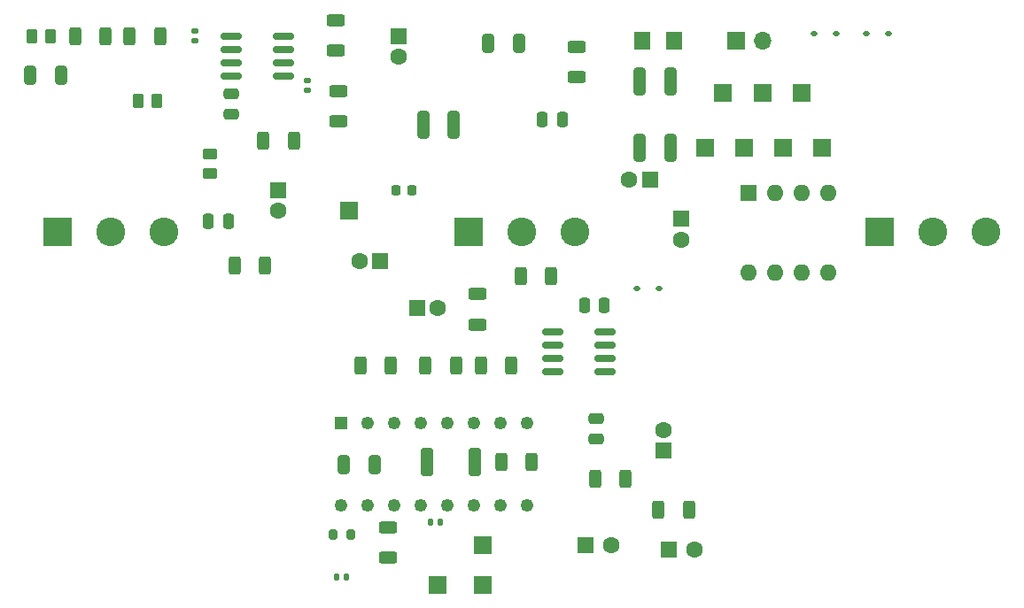
<source format=gts>
%TF.GenerationSoftware,KiCad,Pcbnew,7.0.2*%
%TF.CreationDate,2023-07-16T22:24:44-04:00*%
%TF.ProjectId,hellerune,68656c6c-6572-4756-9e65-2e6b69636164,rev?*%
%TF.SameCoordinates,Original*%
%TF.FileFunction,Soldermask,Top*%
%TF.FilePolarity,Negative*%
%FSLAX46Y46*%
G04 Gerber Fmt 4.6, Leading zero omitted, Abs format (unit mm)*
G04 Created by KiCad (PCBNEW 7.0.2) date 2023-07-16 22:24:44*
%MOMM*%
%LPD*%
G01*
G04 APERTURE LIST*
G04 Aperture macros list*
%AMRoundRect*
0 Rectangle with rounded corners*
0 $1 Rounding radius*
0 $2 $3 $4 $5 $6 $7 $8 $9 X,Y pos of 4 corners*
0 Add a 4 corners polygon primitive as box body*
4,1,4,$2,$3,$4,$5,$6,$7,$8,$9,$2,$3,0*
0 Add four circle primitives for the rounded corners*
1,1,$1+$1,$2,$3*
1,1,$1+$1,$4,$5*
1,1,$1+$1,$6,$7*
1,1,$1+$1,$8,$9*
0 Add four rect primitives between the rounded corners*
20,1,$1+$1,$2,$3,$4,$5,0*
20,1,$1+$1,$4,$5,$6,$7,0*
20,1,$1+$1,$6,$7,$8,$9,0*
20,1,$1+$1,$8,$9,$2,$3,0*%
G04 Aperture macros list end*
%ADD10RoundRect,0.250000X-0.625000X0.312500X-0.625000X-0.312500X0.625000X-0.312500X0.625000X0.312500X0*%
%ADD11RoundRect,0.250000X-0.325000X-0.650000X0.325000X-0.650000X0.325000X0.650000X-0.325000X0.650000X0*%
%ADD12RoundRect,0.150000X0.825000X0.150000X-0.825000X0.150000X-0.825000X-0.150000X0.825000X-0.150000X0*%
%ADD13R,1.700000X1.700000*%
%ADD14O,1.700000X1.700000*%
%ADD15RoundRect,0.250000X-0.450000X0.262500X-0.450000X-0.262500X0.450000X-0.262500X0.450000X0.262500X0*%
%ADD16RoundRect,0.101600X1.270000X1.270000X-1.270000X1.270000X-1.270000X-1.270000X1.270000X-1.270000X0*%
%ADD17C,2.743200*%
%ADD18RoundRect,0.250000X0.312500X0.625000X-0.312500X0.625000X-0.312500X-0.625000X0.312500X-0.625000X0*%
%ADD19RoundRect,0.250000X-0.250000X-0.475000X0.250000X-0.475000X0.250000X0.475000X-0.250000X0.475000X0*%
%ADD20RoundRect,0.112500X-0.187500X-0.112500X0.187500X-0.112500X0.187500X0.112500X-0.187500X0.112500X0*%
%ADD21RoundRect,0.250000X-0.312500X-1.075000X0.312500X-1.075000X0.312500X1.075000X-0.312500X1.075000X0*%
%ADD22RoundRect,0.140000X-0.140000X-0.170000X0.140000X-0.170000X0.140000X0.170000X-0.140000X0.170000X0*%
%ADD23RoundRect,0.250000X-0.312500X-0.625000X0.312500X-0.625000X0.312500X0.625000X-0.312500X0.625000X0*%
%ADD24RoundRect,0.225000X0.225000X0.250000X-0.225000X0.250000X-0.225000X-0.250000X0.225000X-0.250000X0*%
%ADD25RoundRect,0.250000X-0.262500X-0.450000X0.262500X-0.450000X0.262500X0.450000X-0.262500X0.450000X0*%
%ADD26RoundRect,0.250000X0.625000X-0.312500X0.625000X0.312500X-0.625000X0.312500X-0.625000X-0.312500X0*%
%ADD27RoundRect,0.250000X0.312500X1.075000X-0.312500X1.075000X-0.312500X-1.075000X0.312500X-1.075000X0*%
%ADD28RoundRect,0.250000X0.362500X1.075000X-0.362500X1.075000X-0.362500X-1.075000X0.362500X-1.075000X0*%
%ADD29RoundRect,0.140000X0.170000X-0.140000X0.170000X0.140000X-0.170000X0.140000X-0.170000X-0.140000X0*%
%ADD30RoundRect,0.250000X0.325000X0.650000X-0.325000X0.650000X-0.325000X-0.650000X0.325000X-0.650000X0*%
%ADD31RoundRect,0.250000X0.250000X0.475000X-0.250000X0.475000X-0.250000X-0.475000X0.250000X-0.475000X0*%
%ADD32RoundRect,0.200000X-0.200000X-0.275000X0.200000X-0.275000X0.200000X0.275000X-0.200000X0.275000X0*%
%ADD33RoundRect,0.250000X-0.475000X0.250000X-0.475000X-0.250000X0.475000X-0.250000X0.475000X0.250000X0*%
%ADD34RoundRect,0.150000X-0.825000X-0.150000X0.825000X-0.150000X0.825000X0.150000X-0.825000X0.150000X0*%
%ADD35RoundRect,0.250000X0.262500X0.450000X-0.262500X0.450000X-0.262500X-0.450000X0.262500X-0.450000X0*%
%ADD36R,1.500000X1.800000*%
%ADD37R,1.600000X1.600000*%
%ADD38O,1.600000X1.600000*%
%ADD39C,1.600000*%
%ADD40R,1.248000X1.248000*%
%ADD41C,1.248000*%
G04 APERTURE END LIST*
D10*
X121500000Y-54750000D03*
X121500000Y-57675000D03*
D11*
X136050000Y-57000000D03*
X139000000Y-57000000D03*
D10*
X135000000Y-80937500D03*
X135000000Y-83862500D03*
D12*
X116450000Y-60060000D03*
X116450000Y-58790000D03*
X116450000Y-57520000D03*
X116450000Y-56250000D03*
X111500000Y-56250000D03*
X111500000Y-57520000D03*
X111500000Y-58790000D03*
X111500000Y-60060000D03*
D13*
X159750000Y-56750000D03*
D14*
X162290000Y-56750000D03*
D13*
X168000000Y-67000000D03*
D15*
X109500000Y-67587500D03*
X109500000Y-69412500D03*
D13*
X135500000Y-105000000D03*
D16*
X94920000Y-74985500D03*
D17*
X100000000Y-74985500D03*
X105080000Y-74985500D03*
D18*
X142062500Y-79200000D03*
X139137500Y-79200000D03*
D16*
X173456800Y-75000000D03*
D17*
X178536800Y-75000000D03*
X183616800Y-75000000D03*
D13*
X156750000Y-67000000D03*
D18*
X114750000Y-78250000D03*
X111825000Y-78250000D03*
D19*
X109300000Y-74000000D03*
X111200000Y-74000000D03*
D18*
X104712500Y-56250000D03*
X101787500Y-56250000D03*
D13*
X166000000Y-61750000D03*
D20*
X172200000Y-56000000D03*
X174300000Y-56000000D03*
X150300000Y-80400000D03*
X152400000Y-80400000D03*
D21*
X129825000Y-64750000D03*
X132750000Y-64750000D03*
D22*
X121540000Y-108000000D03*
X122500000Y-108000000D03*
D23*
X123825000Y-87750000D03*
X126750000Y-87750000D03*
D24*
X128750000Y-71000000D03*
X127200000Y-71000000D03*
D20*
X167200000Y-56000000D03*
X169300000Y-56000000D03*
D25*
X102587500Y-62500000D03*
X104412500Y-62500000D03*
D23*
X130037500Y-87750000D03*
X132962500Y-87750000D03*
D26*
X121750000Y-64425000D03*
X121750000Y-61500000D03*
D27*
X153462500Y-60600000D03*
X150537500Y-60600000D03*
D13*
X164250000Y-67000000D03*
D18*
X149200000Y-98600000D03*
X146275000Y-98600000D03*
D28*
X134812500Y-97000000D03*
X130187500Y-97000000D03*
D13*
X158500000Y-61750000D03*
D29*
X108000000Y-56730000D03*
X108000000Y-55770000D03*
X118750000Y-61480000D03*
X118750000Y-60520000D03*
D30*
X125225000Y-97250000D03*
X122275000Y-97250000D03*
D31*
X147150000Y-82000000D03*
X145250000Y-82000000D03*
D32*
X121250000Y-104000000D03*
X122900000Y-104000000D03*
D33*
X111500000Y-61800000D03*
X111500000Y-63700000D03*
D11*
X92300000Y-60000000D03*
X95250000Y-60000000D03*
D26*
X144500000Y-60212500D03*
X144500000Y-57287500D03*
D23*
X152337500Y-101600000D03*
X155262500Y-101600000D03*
D19*
X141250000Y-64250000D03*
X143150000Y-64250000D03*
D18*
X99500000Y-56250000D03*
X96575000Y-56250000D03*
D13*
X122750000Y-73000000D03*
D34*
X142250000Y-84600000D03*
X142250000Y-85870000D03*
X142250000Y-87140000D03*
X142250000Y-88410000D03*
X147200000Y-88410000D03*
X147200000Y-87140000D03*
X147200000Y-85870000D03*
X147200000Y-84600000D03*
D10*
X126500000Y-103250000D03*
X126500000Y-106175000D03*
D13*
X160500000Y-67000000D03*
X131250000Y-108750000D03*
D23*
X135325000Y-87750000D03*
X138250000Y-87750000D03*
D13*
X135500000Y-108750000D03*
D23*
X114537500Y-66250000D03*
X117462500Y-66250000D03*
X137287500Y-97000000D03*
X140212500Y-97000000D03*
D13*
X162250000Y-61750000D03*
D35*
X94250000Y-56250000D03*
X92425000Y-56250000D03*
D36*
X150800000Y-56750000D03*
X153800000Y-56750000D03*
D22*
X130540000Y-102750000D03*
X131500000Y-102750000D03*
D21*
X150537500Y-67000000D03*
X153462500Y-67000000D03*
D33*
X146400000Y-92900000D03*
X146400000Y-94800000D03*
D16*
X134170000Y-74985500D03*
D17*
X139250000Y-74985500D03*
X144330000Y-74985500D03*
D37*
X160920000Y-71250000D03*
D38*
X163460000Y-71250000D03*
X166000000Y-71250000D03*
X168540000Y-71250000D03*
X168540000Y-78870000D03*
X166000000Y-78870000D03*
X163460000Y-78870000D03*
X160920000Y-78870000D03*
D37*
X127500000Y-56250000D03*
D39*
X127500000Y-58250000D03*
D37*
X145317621Y-105000000D03*
D39*
X147817621Y-105000000D03*
D37*
X125755113Y-77800000D03*
D39*
X123755113Y-77800000D03*
D37*
X151500000Y-70000000D03*
D39*
X149500000Y-70000000D03*
D37*
X116000000Y-71000000D03*
D39*
X116000000Y-73000000D03*
D37*
X152800000Y-95955113D03*
D39*
X152800000Y-93955113D03*
D37*
X153300000Y-105400000D03*
D39*
X155800000Y-105400000D03*
D37*
X154500000Y-73750000D03*
D39*
X154500000Y-75750000D03*
D37*
X129250000Y-82250000D03*
D39*
X131250000Y-82250000D03*
D40*
X121999293Y-93250707D03*
D41*
X124539293Y-93250707D03*
X127079293Y-93250707D03*
X129619293Y-93250707D03*
X132159293Y-93250707D03*
X134699293Y-93250707D03*
X137239293Y-93250707D03*
X139779293Y-93250707D03*
X139779293Y-101190707D03*
X137239293Y-101190707D03*
X134699293Y-101190707D03*
X132159293Y-101190707D03*
X129619293Y-101190707D03*
X127079293Y-101190707D03*
X124539293Y-101190707D03*
X121999293Y-101190707D03*
M02*

</source>
